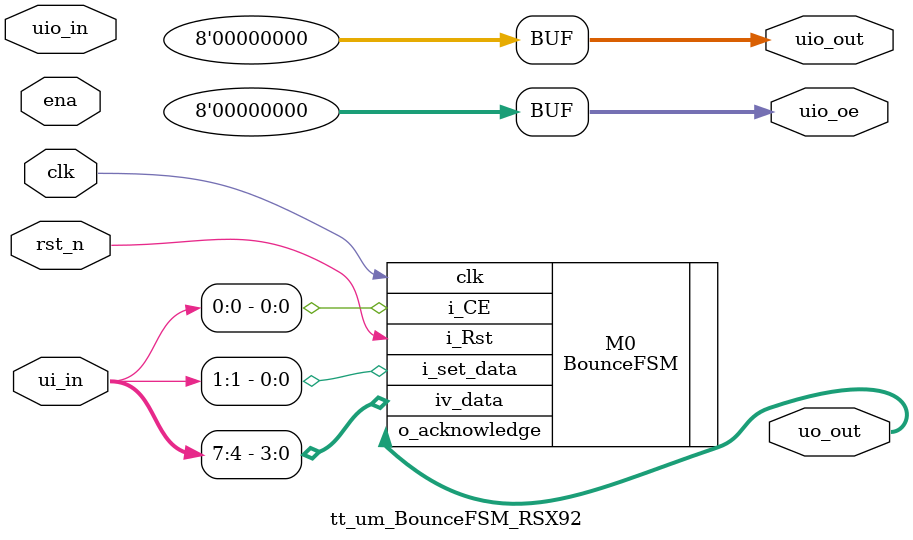
<source format=v>
module tt_um_BounceFSM_RSX92 (
    input  wire [7:0] ui_in,    // Dedicated inputs - connected to the input switches for clk_selector and pattern_sel
    output wire [7:0] uo_out,   // Dedicated outputs - connected to the 7 LEDs
    input  wire [7:0] uio_in,   // IOs: Bidirectional Input path
    output wire [7:0] uio_out,  // IOs: Bidirectional Output path
    output wire [7:0] uio_oe,   // IOs: Bidirectional Enable path (active high: 0=input, 1=output)
    input  wire       ena,      // will go high when the design is enabled, not used circuit can be turned off when pattern_sel = 0
    input  wire       clk,      // clock
    input  wire       rst_n     // reset_n - low to reset
);
assign uio_out = 0;
assign uio_oe = 0;
    
BounceFSM M0
(
	.clk(clk),
	.i_Rst(rst_n),
	.i_CE(ui_in[0]), // 1 bit
	.i_set_data(ui_in[1]), // 1 bit
	.iv_data(ui_in[7:4]), // 4 bit
	.o_acknowledge(uo_out) // 8 bit, 7 for checking, 8 for unlock
);

endmodule

</source>
